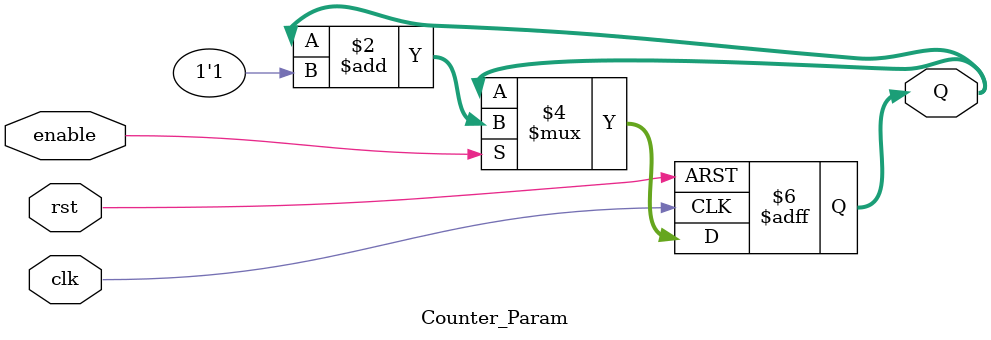
<source format=v>
`timescale 1ns / 1ps
module Counter_Param # (parameter n = 8) (
	// Inputs
    input clk,
    input rst,
    input enable,
	 
	 // Outputs
    output reg [n-1:0] Q

);

always @(posedge rst, posedge clk) begin

	if (rst)
		Q <= {n{1'b0}};
	else
		if (enable)
			Q <= Q + 1'b1;
		else
			Q <= Q;
end 

endmodule


</source>
